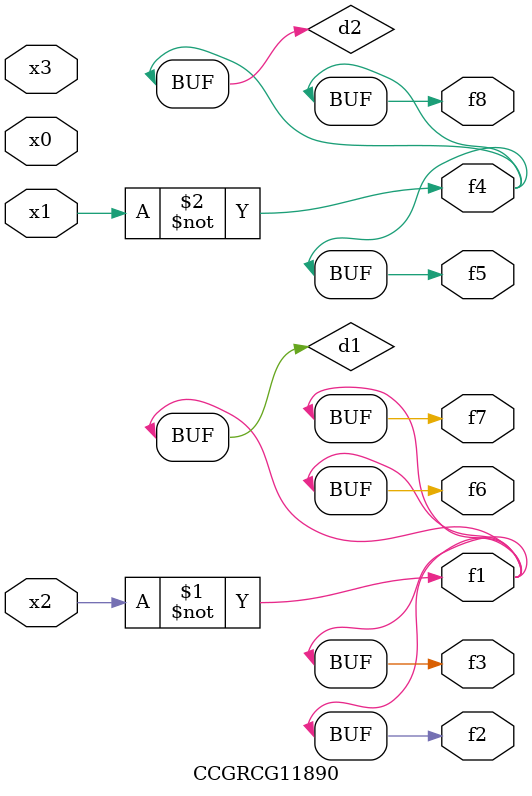
<source format=v>
module CCGRCG11890(
	input x0, x1, x2, x3,
	output f1, f2, f3, f4, f5, f6, f7, f8
);

	wire d1, d2;

	xnor (d1, x2);
	not (d2, x1);
	assign f1 = d1;
	assign f2 = d1;
	assign f3 = d1;
	assign f4 = d2;
	assign f5 = d2;
	assign f6 = d1;
	assign f7 = d1;
	assign f8 = d2;
endmodule

</source>
